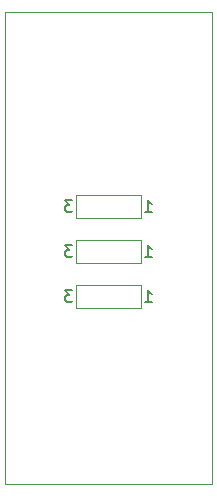
<source format=gbo>
G04 #@! TF.GenerationSoftware,KiCad,Pcbnew,(5.1.5-0-10_14)*
G04 #@! TF.CreationDate,2020-04-10T20:26:08+03:00*
G04 #@! TF.ProjectId,connector-breakout-a1,636f6e6e-6563-4746-9f72-2d627265616b,rev?*
G04 #@! TF.SameCoordinates,Original*
G04 #@! TF.FileFunction,Legend,Bot*
G04 #@! TF.FilePolarity,Positive*
%FSLAX46Y46*%
G04 Gerber Fmt 4.6, Leading zero omitted, Abs format (unit mm)*
G04 Created by KiCad (PCBNEW (5.1.5-0-10_14)) date 2020-04-10 20:26:08*
%MOMM*%
%LPD*%
G04 APERTURE LIST*
%ADD10C,0.010000*%
%ADD11C,0.120000*%
%ADD12C,0.150000*%
G04 APERTURE END LIST*
D10*
X100749999Y-110990000D02*
X83250001Y-110990000D01*
X83250001Y-110990000D02*
X83250000Y-70990000D01*
X100750001Y-70990000D02*
X100749999Y-110990000D01*
X83250000Y-70990000D02*
X100750000Y-70990000D01*
D11*
X94750000Y-88450000D02*
X94750000Y-86500000D01*
X89250000Y-88450000D02*
X94750000Y-88450000D01*
X89250000Y-86500000D02*
X89250000Y-88450000D01*
X94750000Y-86500000D02*
X89250000Y-86500000D01*
X94750000Y-90310000D02*
X89250000Y-90310000D01*
X89250000Y-90310000D02*
X89250000Y-92260000D01*
X89250000Y-92260000D02*
X94750000Y-92260000D01*
X94750000Y-92260000D02*
X94750000Y-90310000D01*
X94750000Y-96070000D02*
X94750000Y-94120000D01*
X89250000Y-96070000D02*
X94750000Y-96070000D01*
X89250000Y-94120000D02*
X89250000Y-96070000D01*
X94750000Y-94120000D02*
X89250000Y-94120000D01*
D12*
X88933333Y-86952380D02*
X88314285Y-86952380D01*
X88647619Y-87333333D01*
X88504761Y-87333333D01*
X88409523Y-87380952D01*
X88361904Y-87428571D01*
X88314285Y-87523809D01*
X88314285Y-87761904D01*
X88361904Y-87857142D01*
X88409523Y-87904761D01*
X88504761Y-87952380D01*
X88790476Y-87952380D01*
X88885714Y-87904761D01*
X88933333Y-87857142D01*
X95064285Y-87952380D02*
X95635714Y-87952380D01*
X95350000Y-87952380D02*
X95350000Y-86952380D01*
X95445238Y-87095238D01*
X95540476Y-87190476D01*
X95635714Y-87238095D01*
X95064285Y-91762380D02*
X95635714Y-91762380D01*
X95350000Y-91762380D02*
X95350000Y-90762380D01*
X95445238Y-90905238D01*
X95540476Y-91000476D01*
X95635714Y-91048095D01*
X88933333Y-90762380D02*
X88314285Y-90762380D01*
X88647619Y-91143333D01*
X88504761Y-91143333D01*
X88409523Y-91190952D01*
X88361904Y-91238571D01*
X88314285Y-91333809D01*
X88314285Y-91571904D01*
X88361904Y-91667142D01*
X88409523Y-91714761D01*
X88504761Y-91762380D01*
X88790476Y-91762380D01*
X88885714Y-91714761D01*
X88933333Y-91667142D01*
X88933333Y-94572380D02*
X88314285Y-94572380D01*
X88647619Y-94953333D01*
X88504761Y-94953333D01*
X88409523Y-95000952D01*
X88361904Y-95048571D01*
X88314285Y-95143809D01*
X88314285Y-95381904D01*
X88361904Y-95477142D01*
X88409523Y-95524761D01*
X88504761Y-95572380D01*
X88790476Y-95572380D01*
X88885714Y-95524761D01*
X88933333Y-95477142D01*
X95064285Y-95572380D02*
X95635714Y-95572380D01*
X95350000Y-95572380D02*
X95350000Y-94572380D01*
X95445238Y-94715238D01*
X95540476Y-94810476D01*
X95635714Y-94858095D01*
M02*

</source>
